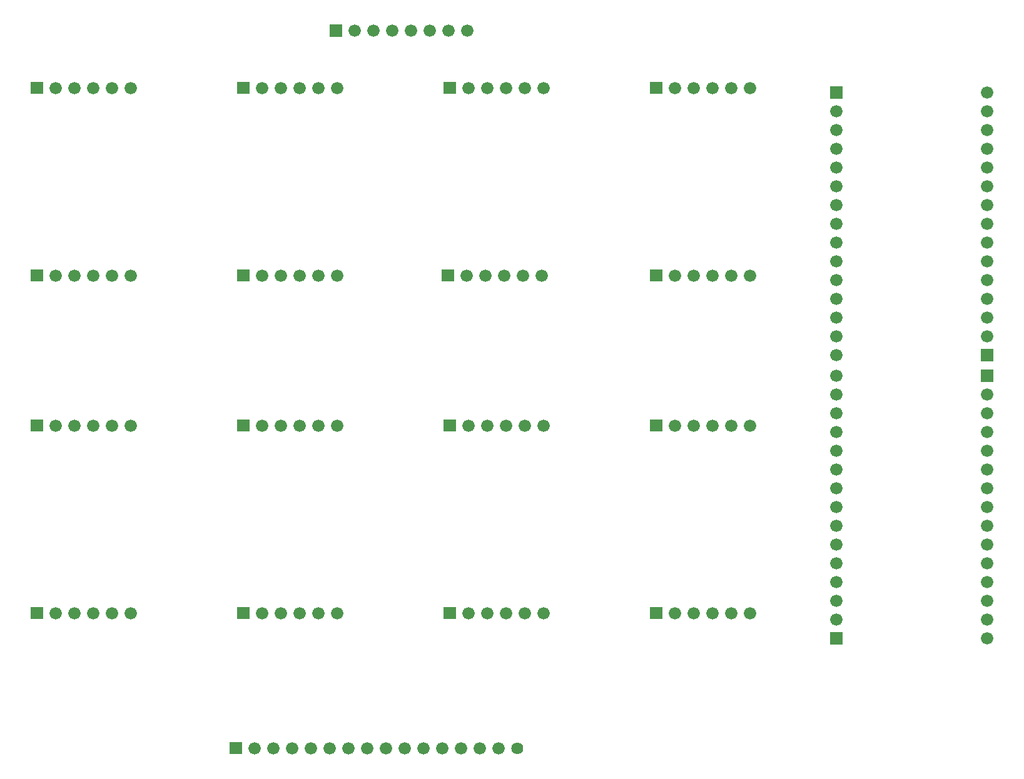
<source format=gbs>
G04 Layer: BottomSolderMaskLayer*
G04 EasyEDA v6.5.9, 2022-10-13 02:00:02*
G04 e360aac8450f43158dbdd5a42fdb8d84,1d9ebe74aaba41f0b176b6c48231f753,10*
G04 Gerber Generator version 0.2*
G04 Scale: 100 percent, Rotated: No, Reflected: No *
G04 Dimensions in millimeters *
G04 leading zeros omitted , absolute positions ,4 integer and 5 decimal *
%FSLAX45Y45*%
%MOMM*%

%ADD10C,1.6764*%
%ADD11C,1.6256*%
%ADD12R,1.6764X1.6764*%

%LPD*%
D10*
G01*
X2667000Y4064000D03*
G01*
X2413000Y4064000D03*
G01*
X2159000Y4064000D03*
G01*
X1905000Y4064000D03*
G01*
X1651000Y4064000D03*
G36*
X1313179Y3980179D02*
G01*
X1313179Y4147820D01*
X1480820Y4147820D01*
X1480820Y3980179D01*
G37*
G01*
X2667000Y8636000D03*
G01*
X2413000Y8636000D03*
G01*
X2159000Y8636000D03*
G01*
X1905000Y8636000D03*
G01*
X1651000Y8636000D03*
G36*
X1313179Y8552179D02*
G01*
X1313179Y8719820D01*
X1480820Y8719820D01*
X1480820Y8552179D01*
G37*
G01*
X5461000Y4064000D03*
G01*
X5207000Y4064000D03*
G01*
X4953000Y4064000D03*
G01*
X4699000Y4064000D03*
G01*
X4445000Y4064000D03*
G36*
X4107179Y3980179D02*
G01*
X4107179Y4147820D01*
X4274820Y4147820D01*
X4274820Y3980179D01*
G37*
G01*
X5461000Y8636000D03*
G01*
X5207000Y8636000D03*
G01*
X4953000Y8636000D03*
G01*
X4699000Y8636000D03*
G01*
X4445000Y8636000D03*
G36*
X4107179Y8552179D02*
G01*
X4107179Y8719820D01*
X4274820Y8719820D01*
X4274820Y8552179D01*
G37*
G01*
X8255000Y4064000D03*
G01*
X8001000Y4064000D03*
G01*
X7747000Y4064000D03*
G01*
X7493000Y4064000D03*
G01*
X7239000Y4064000D03*
G36*
X6901179Y3980179D02*
G01*
X6901179Y4147820D01*
X7068820Y4147820D01*
X7068820Y3980179D01*
G37*
G01*
X8255000Y8636000D03*
G01*
X8001000Y8636000D03*
G01*
X7747000Y8636000D03*
G01*
X7493000Y8636000D03*
G01*
X7239000Y8636000D03*
G36*
X6901179Y8552179D02*
G01*
X6901179Y8719820D01*
X7068820Y8719820D01*
X7068820Y8552179D01*
G37*
G01*
X11049000Y4064000D03*
G01*
X10795000Y4064000D03*
G01*
X10541000Y4064000D03*
G01*
X10287000Y4064000D03*
G01*
X10033000Y4064000D03*
G36*
X9695179Y3980179D02*
G01*
X9695179Y4147820D01*
X9862820Y4147820D01*
X9862820Y3980179D01*
G37*
G01*
X11049000Y8636000D03*
G01*
X10795000Y8636000D03*
G01*
X10541000Y8636000D03*
G01*
X10287000Y8636000D03*
G01*
X10033000Y8636000D03*
G36*
X9695179Y8552179D02*
G01*
X9695179Y8719820D01*
X9862820Y8719820D01*
X9862820Y8552179D01*
G37*
G01*
X2667000Y1524000D03*
G01*
X2413000Y1524000D03*
G01*
X2159000Y1524000D03*
G01*
X1905000Y1524000D03*
G01*
X1651000Y1524000D03*
G36*
X1313179Y1440179D02*
G01*
X1313179Y1607820D01*
X1480820Y1607820D01*
X1480820Y1440179D01*
G37*
G01*
X2667000Y6096000D03*
G01*
X2413000Y6096000D03*
G01*
X2159000Y6096000D03*
G01*
X1905000Y6096000D03*
G01*
X1651000Y6096000D03*
G36*
X1313179Y6012179D02*
G01*
X1313179Y6179820D01*
X1480820Y6179820D01*
X1480820Y6012179D01*
G37*
G01*
X5461000Y1524000D03*
G01*
X5207000Y1524000D03*
G01*
X4953000Y1524000D03*
G01*
X4699000Y1524000D03*
G01*
X4445000Y1524000D03*
G36*
X4107179Y1440179D02*
G01*
X4107179Y1607820D01*
X4274820Y1607820D01*
X4274820Y1440179D01*
G37*
G01*
X5461000Y6096000D03*
G01*
X5207000Y6096000D03*
G01*
X4953000Y6096000D03*
G01*
X4699000Y6096000D03*
G01*
X4445000Y6096000D03*
G36*
X4107179Y6012179D02*
G01*
X4107179Y6179820D01*
X4274820Y6179820D01*
X4274820Y6012179D01*
G37*
G01*
X8255000Y1524000D03*
G01*
X8001000Y1524000D03*
G01*
X7747000Y1524000D03*
G01*
X7493000Y1524000D03*
G01*
X7239000Y1524000D03*
G36*
X6901179Y1440179D02*
G01*
X6901179Y1607820D01*
X7068820Y1607820D01*
X7068820Y1440179D01*
G37*
G01*
X8229600Y6096000D03*
G01*
X7975600Y6096000D03*
G01*
X7721600Y6096000D03*
G01*
X7467600Y6096000D03*
G01*
X7213600Y6096000D03*
G36*
X6875779Y6012179D02*
G01*
X6875779Y6179820D01*
X7043420Y6179820D01*
X7043420Y6012179D01*
G37*
G01*
X11049000Y1524000D03*
G01*
X10795000Y1524000D03*
G01*
X10541000Y1524000D03*
G01*
X10287000Y1524000D03*
G01*
X10033000Y1524000D03*
G36*
X9695179Y1440179D02*
G01*
X9695179Y1607820D01*
X9862820Y1607820D01*
X9862820Y1440179D01*
G37*
G01*
X11049000Y6096000D03*
G01*
X10795000Y6096000D03*
G01*
X10541000Y6096000D03*
G01*
X10287000Y6096000D03*
G01*
X10033000Y6096000D03*
G36*
X9695179Y6012179D02*
G01*
X9695179Y6179820D01*
X9862820Y6179820D01*
X9862820Y6012179D01*
G37*
G01*
X7645400Y-304800D03*
G01*
X7391400Y-304800D03*
G01*
X7137400Y-304800D03*
G01*
X6883400Y-304800D03*
G01*
X6629400Y-304800D03*
G01*
X6375400Y-304800D03*
G01*
X6121400Y-304800D03*
G01*
X5867400Y-304800D03*
G01*
X5613400Y-304800D03*
G01*
X5359400Y-304800D03*
G01*
X5105400Y-304800D03*
G01*
X4851400Y-304800D03*
G01*
X4597400Y-304800D03*
G01*
X4343400Y-304800D03*
G36*
X4005579Y-388620D02*
G01*
X4005579Y-220979D01*
X4173220Y-220979D01*
X4173220Y-388620D01*
G37*
D11*
G01*
X7899400Y-304800D03*
D10*
G01*
X12217400Y4740275D03*
G01*
X12217400Y4486275D03*
G01*
X12217400Y4232275D03*
G01*
X12217400Y3978275D03*
G01*
X12217400Y3724275D03*
G01*
X12217400Y3470275D03*
G01*
X12217400Y3216275D03*
G01*
X12217400Y2962275D03*
G01*
X12217400Y2708275D03*
G01*
X12217400Y2454275D03*
G01*
X12217400Y2200275D03*
G01*
X12217400Y1946275D03*
G01*
X12217400Y1692275D03*
G01*
X12217400Y1438275D03*
G36*
X12133579Y1100328D02*
G01*
X12133579Y1267968D01*
X12301220Y1267968D01*
X12301220Y1100328D01*
G37*
G01*
X14262100Y1184275D03*
G01*
X14262100Y1438275D03*
G01*
X14262100Y1692275D03*
G01*
X14262100Y1946275D03*
G01*
X14262100Y2200275D03*
G01*
X14262100Y2454275D03*
G01*
X14262100Y2708275D03*
G01*
X14262100Y2962275D03*
G01*
X14262100Y3216275D03*
G01*
X14262100Y3470275D03*
G01*
X14262100Y3724275D03*
G01*
X14262100Y3978275D03*
G01*
X14262100Y4232275D03*
G01*
X14262100Y4486275D03*
G36*
X14178279Y4656328D02*
G01*
X14178279Y4823968D01*
X14345920Y4823968D01*
X14345920Y4656328D01*
G37*
G01*
X12217400Y5016500D03*
G01*
X12217400Y5270500D03*
G01*
X12217400Y5524500D03*
G01*
X12217400Y5778500D03*
G01*
X12217400Y6032500D03*
G01*
X12217400Y6286500D03*
G01*
X12217400Y6540500D03*
G01*
X12217400Y6794500D03*
G01*
X12217400Y7048500D03*
G01*
X12217400Y7302500D03*
G01*
X12217400Y7556500D03*
G01*
X12217400Y7810500D03*
G01*
X12217400Y8064500D03*
G01*
X12217400Y8318500D03*
G36*
X12133579Y8488679D02*
G01*
X12133579Y8656320D01*
X12301220Y8656320D01*
X12301220Y8488679D01*
G37*
G01*
X14262100Y8572500D03*
G01*
X14262100Y8318500D03*
G01*
X14262100Y8064500D03*
G01*
X14262100Y7810500D03*
G01*
X14262100Y7556500D03*
G01*
X14262100Y7302500D03*
G01*
X14262100Y7048500D03*
G01*
X14262100Y6794500D03*
G01*
X14262100Y6540500D03*
G01*
X14262100Y6286500D03*
G01*
X14262100Y6032500D03*
G01*
X14262100Y5778500D03*
G01*
X14262100Y5524500D03*
G01*
X14262100Y5270500D03*
D12*
G01*
X14262100Y5016500D03*
G36*
X5364479Y9326879D02*
G01*
X5364479Y9494520D01*
X5532120Y9494520D01*
X5532120Y9326879D01*
G37*
D10*
G01*
X5702300Y9410700D03*
G01*
X5956300Y9410700D03*
G01*
X6210300Y9410700D03*
G01*
X6464300Y9410700D03*
G01*
X6718300Y9410700D03*
G01*
X6972300Y9410700D03*
G01*
X7226300Y9410700D03*
M02*

</source>
